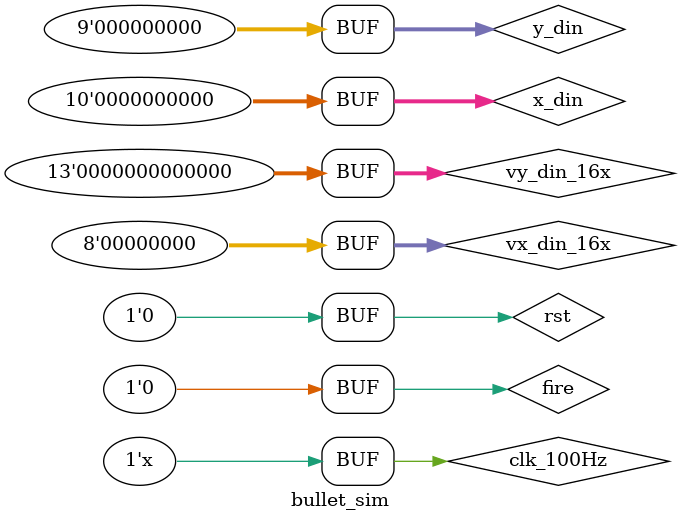
<source format=v>
`timescale 1ns / 1ps

module bullet_sim;

    // Inputs
    reg clk_100Hz;
    reg rst;
    reg fire;
    reg [9:0] x_din;
    reg [8:0] y_din;
    reg [7:0] vx_din_16x;
    reg [12:0] vy_din_16x;

    // Outputs
    wire [9:0] x;
    wire [8:0] y;
    wire state;

    // Instantiate the Unit Under Test (UUT)
    bullet uut (
        .clk_100Hz(clk_100Hz), 
        .rst(rst), 
        .fire(fire), 
        .x_din(x_din), 
        .y_din(y_din), 
        .vx_din_16x(vx_din_16x), 
        .vy_din_16x(vy_din_16x), 
        .x(x), 
        .y(y), 
        .state(state)
    );

    initial begin
        // Initialize Inputs
        clk_100Hz = 1;
        rst = 0;
        fire = 0;
        x_din = 0;
        y_din = 0;
        vx_din_16x = 0;
        vy_din_16x = 0;

        // Wait 100 ns for global reset to finish
        #100;
        
        // Add stimulus here
        fire = 1;
        #10;
        fire = 0;
        #90;
        
        rst = 1;
        #10;
        rst = 0;
        #90;

    end
    
    always begin
        #5;
        clk_100Hz = ~clk_100Hz;
    end
      
endmodule


</source>
